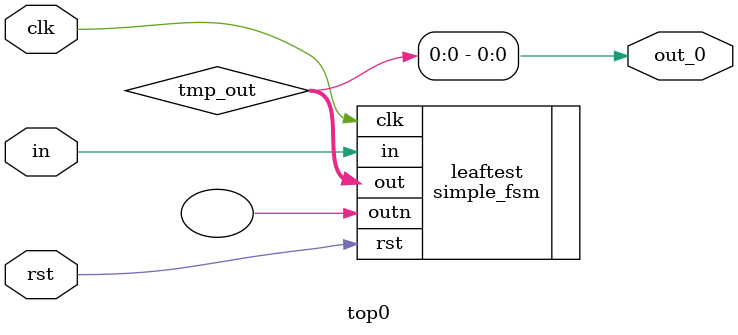
<source format=v>
module top0(
    input wire clk,
    input wire rst,
    input wire in,
    output wire out_0
);

    wire [1:0] tmp_out;

simple_fsm leaftest (
    .clk(clk),
    .rst(rst),
    .in(in),
    .out(tmp_out),
    .outn(),
);

    assign out_0 = tmp_out[0];

endmodule

</source>
